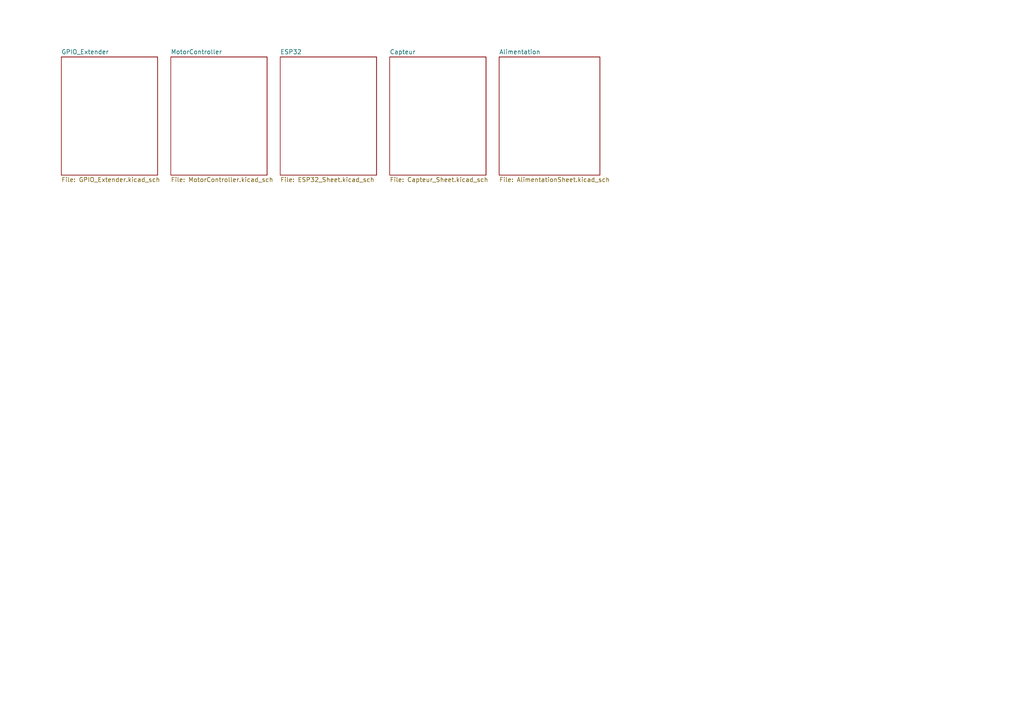
<source format=kicad_sch>
(kicad_sch
	(version 20231120)
	(generator "eeschema")
	(generator_version "8.0")
	(uuid "00172638-8708-4530-9462-7b89510d184e")
	(paper "A4")
	(title_block
		(title "Carte electronique Exodus")
		(company "Fablab")
	)
	(lib_symbols)
	(sheet
		(at 81.28 16.51)
		(size 27.94 34.29)
		(fields_autoplaced yes)
		(stroke
			(width 0.1524)
			(type solid)
		)
		(fill
			(color 0 0 0 0.0000)
		)
		(uuid "78bff246-41fc-4733-9e2a-246d2af7033c")
		(property "Sheetname" "ESP32"
			(at 81.28 15.7984 0)
			(effects
				(font
					(size 1.27 1.27)
				)
				(justify left bottom)
			)
		)
		(property "Sheetfile" "ESP32_Sheet.kicad_sch"
			(at 81.28 51.3846 0)
			(effects
				(font
					(size 1.27 1.27)
				)
				(justify left top)
			)
		)
		(instances
			(project "Esp32-card"
				(path "/00172638-8708-4530-9462-7b89510d184e"
					(page "4")
				)
			)
		)
	)
	(sheet
		(at 49.53 16.51)
		(size 27.94 34.29)
		(fields_autoplaced yes)
		(stroke
			(width 0.1524)
			(type solid)
		)
		(fill
			(color 0 0 0 0.0000)
		)
		(uuid "cf31942b-d251-4075-a2c4-ee161157a45a")
		(property "Sheetname" "MotorController"
			(at 49.53 15.7984 0)
			(effects
				(font
					(size 1.27 1.27)
				)
				(justify left bottom)
			)
		)
		(property "Sheetfile" "MotorController.kicad_sch"
			(at 49.53 51.3846 0)
			(effects
				(font
					(size 1.27 1.27)
				)
				(justify left top)
			)
		)
		(instances
			(project "Esp32-card"
				(path "/00172638-8708-4530-9462-7b89510d184e"
					(page "3")
				)
			)
		)
	)
	(sheet
		(at 17.78 16.51)
		(size 27.94 34.29)
		(fields_autoplaced yes)
		(stroke
			(width 0.1524)
			(type solid)
		)
		(fill
			(color 0 0 0 0.0000)
		)
		(uuid "e79c3383-5a03-4763-a384-7173bf81024c")
		(property "Sheetname" "GPIO_Extender"
			(at 17.78 15.7984 0)
			(effects
				(font
					(size 1.27 1.27)
				)
				(justify left bottom)
			)
		)
		(property "Sheetfile" "GPIO_Extender.kicad_sch"
			(at 17.78 51.3846 0)
			(effects
				(font
					(size 1.27 1.27)
				)
				(justify left top)
			)
		)
		(instances
			(project "Esp32-card"
				(path "/00172638-8708-4530-9462-7b89510d184e"
					(page "2")
				)
			)
		)
	)
	(sheet
		(at 113.03 16.51)
		(size 27.94 34.29)
		(fields_autoplaced yes)
		(stroke
			(width 0.1524)
			(type solid)
		)
		(fill
			(color 0 0 0 0.0000)
		)
		(uuid "eeb50bde-ab8b-480a-a5ff-6c17ab97850c")
		(property "Sheetname" "Capteur"
			(at 113.03 15.7984 0)
			(effects
				(font
					(size 1.27 1.27)
				)
				(justify left bottom)
			)
		)
		(property "Sheetfile" "Capteur_Sheet.kicad_sch"
			(at 113.03 51.3846 0)
			(effects
				(font
					(size 1.27 1.27)
				)
				(justify left top)
			)
		)
		(instances
			(project "Esp32-card"
				(path "/00172638-8708-4530-9462-7b89510d184e"
					(page "5")
				)
			)
		)
	)
	(sheet
		(at 144.78 16.51)
		(size 29.21 34.29)
		(fields_autoplaced yes)
		(stroke
			(width 0.1524)
			(type solid)
		)
		(fill
			(color 0 0 0 0.0000)
		)
		(uuid "f3347099-fedd-4ffb-9114-7098122f6191")
		(property "Sheetname" "Alimentation"
			(at 144.78 15.7984 0)
			(effects
				(font
					(size 1.27 1.27)
				)
				(justify left bottom)
			)
		)
		(property "Sheetfile" "AlimentationSheet.kicad_sch"
			(at 144.78 51.3846 0)
			(effects
				(font
					(size 1.27 1.27)
				)
				(justify left top)
			)
		)
		(instances
			(project "Esp32-card"
				(path "/00172638-8708-4530-9462-7b89510d184e"
					(page "6")
				)
			)
		)
	)
	(sheet_instances
		(path "/"
			(page "1")
		)
	)
)

</source>
